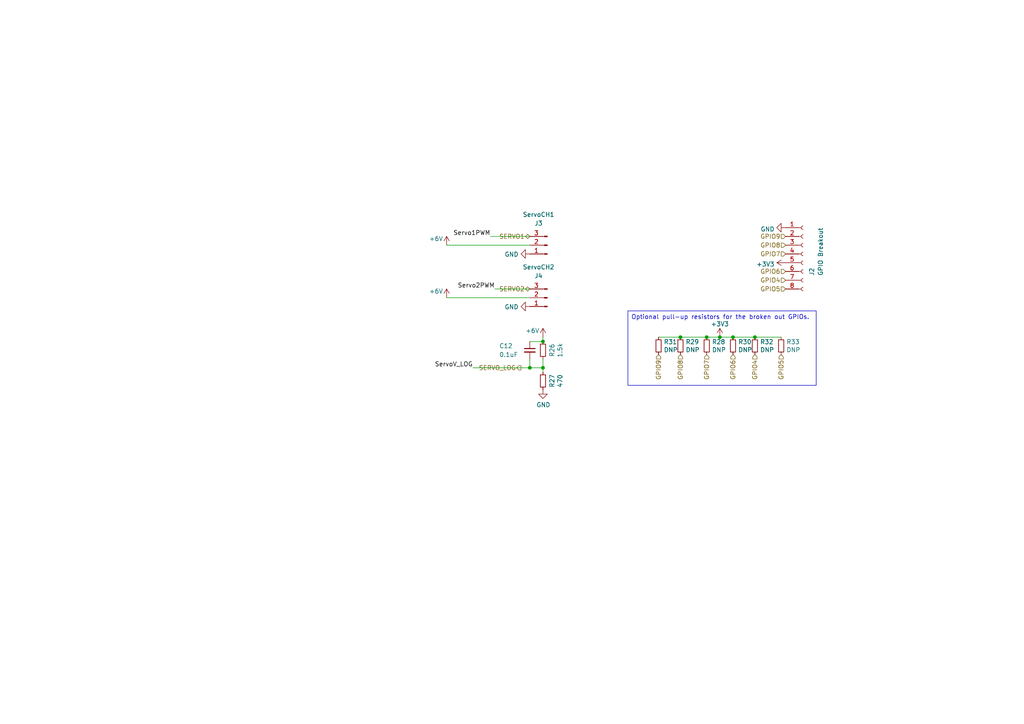
<source format=kicad_sch>
(kicad_sch (version 20230121) (generator eeschema)
  (paper "A4")
  (lib_symbols
    (symbol "Connector:Conn_01x03_Male" (pin_names (offset 1.016) hide)
      (property "Reference" "J" (at 0 5.08 0))
      (property "Value" "Conn_01x03_Male" (at 0 -5.08 0))
      (symbol "Conn_01x03_Male_1_1"
        (polyline (pts (xy 1.27 -2.54) (xy 0.8636 -2.54)) (stroke (width 0.1524)))
        (polyline (pts (xy 1.27 0) (xy 0.8636 0)) (stroke (width 0.1524)))
        (polyline (pts (xy 1.27 2.54) (xy 0.8636 2.54)) (stroke (width 0.1524)))
        (rectangle (start 0.8636 -2.413) (end 0 -2.667) (stroke (width 0.1524)) (fill (type outline)))
        (rectangle (start 0.8636 0.127) (end 0 -0.127) (stroke (width 0.1524)) (fill (type outline)))
        (rectangle (start 0.8636 2.667) (end 0 2.413) (stroke (width 0.1524)) (fill (type outline)))
        (pin passive line (at 5.08 2.54 180) (length 3.81) (name "Pin_1") (number "1"))
        (pin passive line (at 5.08 0 180) (length 3.81) (name "Pin_2") (number "2"))
        (pin passive line (at 5.08 -2.54 180) (length 3.81) (name "Pin_3") (number "3"))
      )
    )
    (symbol "Connector:Conn_01x08_Female" (pin_names (offset 1.016) hide)
      (property "Reference" "J" (at 0 10.16 0))
      (property "Value" "Conn_01x08_Female" (at 0 -12.7 0))
      (symbol "Conn_01x08_Female_1_1"
        (arc (start 0 -9.652) (mid -0.5058 -10.16) (end 0 -10.668) (stroke (width 0.1524)))
        (arc (start 0 -7.112) (mid -0.5058 -7.62) (end 0 -8.128) (stroke (width 0.1524)))
        (arc (start 0 -4.572) (mid -0.5058 -5.08) (end 0 -5.588) (stroke (width 0.1524)))
        (arc (start 0 -2.032) (mid -0.5058 -2.54) (end 0 -3.048) (stroke (width 0.1524)))
        (polyline (pts (xy -1.27 -10.16) (xy -0.508 -10.16)) (stroke (width 0.1524)))
        (polyline (pts (xy -1.27 -7.62) (xy -0.508 -7.62)) (stroke (width 0.1524)))
        (polyline (pts (xy -1.27 -5.08) (xy -0.508 -5.08)) (stroke (width 0.1524)))
        (polyline (pts (xy -1.27 -2.54) (xy -0.508 -2.54)) (stroke (width 0.1524)))
        (polyline (pts (xy -1.27 0) (xy -0.508 0)) (stroke (width 0.1524)))
        (polyline (pts (xy -1.27 2.54) (xy -0.508 2.54)) (stroke (width 0.1524)))
        (polyline (pts (xy -1.27 5.08) (xy -0.508 5.08)) (stroke (width 0.1524)))
        (polyline (pts (xy -1.27 7.62) (xy -0.508 7.62)) (stroke (width 0.1524)))
        (arc (start 0 0.508) (mid -0.5058 0) (end 0 -0.508) (stroke (width 0.1524)))
        (arc (start 0 3.048) (mid -0.5058 2.54) (end 0 2.032) (stroke (width 0.1524)))
        (arc (start 0 5.588) (mid -0.5058 5.08) (end 0 4.572) (stroke (width 0.1524)))
        (arc (start 0 8.128) (mid -0.5058 7.62) (end 0 7.112) (stroke (width 0.1524)))
        (pin passive line (at -5.08 7.62 0) (length 3.81) (name "Pin_1") (number "1"))
        (pin passive line (at -5.08 5.08 0) (length 3.81) (name "Pin_2") (number "2"))
        (pin passive line (at -5.08 2.54 0) (length 3.81) (name "Pin_3") (number "3"))
        (pin passive line (at -5.08 0 0) (length 3.81) (name "Pin_4") (number "4"))
        (pin passive line (at -5.08 -2.54 0) (length 3.81) (name "Pin_5") (number "5"))
        (pin passive line (at -5.08 -5.08 0) (length 3.81) (name "Pin_6") (number "6"))
        (pin passive line (at -5.08 -7.62 0) (length 3.81) (name "Pin_7") (number "7"))
        (pin passive line (at -5.08 -10.16 0) (length 3.81) (name "Pin_8") (number "8"))
      )
    )
    (symbol "Device:C_Small" (pin_numbers hide) (pin_names (offset 0.254) hide)
      (property "Reference" "C" (at 0.254 1.778 0))
      (property "Value" "C_Small" (at 0.254 -2.032 0))
      (symbol "C_Small_0_1"
        (polyline (pts (xy -1.524 -0.508) (xy 1.524 -0.508)) (stroke (width 0.3302)))
        (polyline (pts (xy -1.524 0.508) (xy 1.524 0.508)) (stroke (width 0.3048)))
      )
      (symbol "C_Small_1_1"
        (pin passive line (at 0 2.54 270) (length 2.032) (name "~") (number "1"))
        (pin passive line (at 0 -2.54 90) (length 2.032) (name "~") (number "2"))
      )
    )
    (symbol "Device:R_Small" (pin_numbers hide) (pin_names (offset 0.254) hide)
      (property "Reference" "R" (at 0.762 0.508 0))
      (property "Value" "R_Small" (at 0.762 -1.016 0))
      (symbol "R_Small_0_1"
        (rectangle (start -0.762 1.778) (end 0.762 -1.778) (stroke (width 0.2032)))
      )
      (symbol "R_Small_1_1"
        (pin passive line (at 0 2.54 270) (length 0.762) (name "~") (number "1"))
        (pin passive line (at 0 -2.54 90) (length 0.762) (name "~") (number "2"))
      )
    )
    (symbol "power:+3.3V" (power) (pin_names (offset 0))
      (property "Value" "+3.3V" (at 0 3.556 0))
      (symbol "+3.3V_0_1"
        (polyline (pts (xy -0.762 1.27) (xy 0 2.54)))
        (polyline (pts (xy 0 0) (xy 0 2.54)))
        (polyline (pts (xy 0 2.54) (xy 0.762 1.27)))
      )
      (symbol "+3.3V_1_1"
        (pin power_in line (at 0 0 90) (length 0) hide (name "+3V3") (number "1"))
      )
    )
    (symbol "power:+6V" (power) (pin_names (offset 0))
      (property "Value" "+6V" (at 0 3.556 0))
      (symbol "+6V_0_1"
        (polyline (pts (xy -0.762 1.27) (xy 0 2.54)))
        (polyline (pts (xy 0 0) (xy 0 2.54)))
        (polyline (pts (xy 0 2.54) (xy 0.762 1.27)))
      )
      (symbol "+6V_1_1"
        (pin power_in line (at 0 0 90) (length 0) hide (name "+6V") (number "1"))
      )
    )
    (symbol "power:GND" (power) (pin_names (offset 0))
      (property "Value" "GND" (at 0 -3.81 0))
      (symbol "GND_0_1"
        (polyline (pts (xy 0 0) (xy 0 -1.27) (xy 1.27 -1.27) (xy 0 -2.54) (xy -1.27 -1.27) (xy 0 -1.27)))
      )
      (symbol "GND_1_1"
        (pin power_in line (at 0 0 270) (length 0) hide (name "GND") (number "1"))
      )
    )
  )
  (junction (at 157.48 106.68))
  (junction (at 204.978 97.79))
  (junction (at 212.598 97.79))
  (junction (at 218.948 97.79))
  (junction (at 157.48 99.06))
  (junction (at 197.358 97.79))
  (junction (at 208.788 97.79))
  (junction (at 153.67 106.68))
  (wire (pts (xy 204.978 97.79) (xy 208.788 97.79)))
  (wire (pts (xy 137.16 106.68) (xy 153.67 106.68)))
  (wire (pts (xy 142.24 68.58) (xy 153.67 68.58)))
  (wire (pts (xy 191.008 97.79) (xy 197.358 97.79)))
  (wire (pts (xy 153.67 104.14) (xy 153.67 106.68)))
  (wire (pts (xy 157.48 106.68) (xy 157.48 107.95)))
  (wire (pts (xy 157.48 97.79) (xy 157.48 99.06)))
  (wire (pts (xy 212.598 97.79) (xy 218.948 97.79)))
  (wire (pts (xy 153.67 106.68) (xy 157.48 106.68)))
  (wire (pts (xy 153.67 99.06) (xy 157.48 99.06)))
  (wire (pts (xy 197.358 97.79) (xy 204.978 97.79)))
  (wire (pts (xy 218.948 97.79) (xy 226.568 97.79)))
  (wire (pts (xy 157.48 104.14) (xy 157.48 106.68)))
  (wire (pts (xy 153.67 71.12) (xy 129.54 71.12)))
  (wire (pts (xy 153.67 86.36) (xy 129.54 86.36)))
  (wire (pts (xy 208.788 97.79) (xy 212.598 97.79)))
  (wire (pts (xy 143.51 83.82) (xy 153.67 83.82)))
  (text_box "Optional pull-up resistors for the broken out GPIOs." (at 182.118 90.17 0) (size 54.61 21.59) (effects (font (size 1.27 1.27)) (justify left top)))
  (label "Servo2PWM" (at 143.51 83.82 180))
  (label "Servo1PWM" (at 142.24 68.58 180))
  (label "ServoV_LOG" (at 137.16 106.68 180))
  (hierarchical_label "GPIO9" (shape input) (at 191.008 102.87 270))
  (hierarchical_label "GPIO7" (shape input) (at 227.838 73.66 180))
  (hierarchical_label "GPIO4" (shape input) (at 218.948 102.87 270))
  (hierarchical_label "SERVO1" (shape bidirectional) (at 153.67 68.58 180))
  (hierarchical_label "GPIO6" (shape input) (at 227.838 78.74 180))
  (hierarchical_label "GPIO8" (shape input) (at 227.838 71.12 180))
  (hierarchical_label "GPIO4" (shape input) (at 227.838 81.28 180))
  (hierarchical_label "GPIO7" (shape input) (at 204.978 102.87 270))
  (hierarchical_label "GPIO8" (shape input) (at 197.358 102.87 270))
  (hierarchical_label "GPIO5" (shape input) (at 227.838 83.82 180))
  (hierarchical_label "SERVO_LOG" (shape output) (at 151.13 106.68 180))
  (hierarchical_label "GPIO9" (shape input) (at 227.838 68.58 180))
  (hierarchical_label "GPIO5" (shape input) (at 226.568 102.87 270))
  (hierarchical_label "SERVO2" (shape bidirectional) (at 153.67 83.82 180))
  (hierarchical_label "GPIO6" (shape input) (at 212.598 102.87 270))
  (symbol (lib_id "Connector:Conn_01x08_Female") (at 232.918 73.66 0) (unit 1)
    (property "Reference" "J2" (at 235.458 80.01 90) (effects (justify left)))
    (property "Value" "GPIO Breakout" (at 237.9949 80.01 90) (effects (justify left)))
    (property "Footprint" "Connector_PinSocket_2.54mm:PinSocket_2x04_P2.54mm_Vertical" (effects hide))
    (instances (project "Ricardo-Stark" (path "" (reference "J2") (unit 1)) (path "" (reference "J5") (unit 1))))
  )
  (symbol (lib_id "Device:R_Small") (at 191.008 100.33 0) (unit 1)
    (property "Reference" "R31" (at 192.5066 99.1616 0) (effects (justify left)))
    (property "Value" "DNP" (at 192.5066 101.473 0) (effects (justify left)))
    (property "Footprint" "Resistor_SMD:R_0402_1005Metric" (effects hide))
    (instances (project "Ricardo-Stark" (path "" (reference "R31") (unit 1)) (path "" (reference "R36") (unit 1))))
  )
  (symbol (lib_id "Device:R_Small") (at 212.598 100.33 0) (unit 1)
    (property "Reference" "R30" (at 214.0966 99.1616 0) (effects (justify left)))
    (property "Value" "DNP" (at 214.0966 101.473 0) (effects (justify left)))
    (property "Footprint" "Resistor_SMD:R_0402_1005Metric" (effects hide))
    (instances (project "Ricardo-Stark" (path "" (reference "R30") (unit 1)) (path "" (reference "R39") (unit 1))))
  )
  (symbol (lib_id "power:GND") (at 153.67 73.66 270) (unit 1)
    (property "Reference" "#PWR046" (effects hide))
    (property "Value" "GND" (at 150.4188 73.787 90) (effects (justify right)))
    (instances (project "Ricardo-Stark" (path "" (reference "#PWR046") (unit 1)) (path "" (reference "#PWR080") (unit 1))))
  )
  (symbol (lib_id "power:+6V") (at 129.54 71.12 0) (unit 1)
    (property "Reference" "#PWR09" (effects hide))
    (property "Value" "+6V" (at 126.4753 69.2478 0))
    (instances (project "Ricardo-Stark" (path "" (reference "#PWR09") (unit 1)) (path "" (reference "#PWR078") (unit 1))))
  )
  (symbol (lib_id "Device:R_Small") (at 204.978 100.33 0) (unit 1)
    (property "Reference" "R28" (at 206.4766 99.1616 0) (effects (justify left)))
    (property "Value" "DNP" (at 206.4766 101.473 0) (effects (justify left)))
    (property "Footprint" "Resistor_SMD:R_0402_1005Metric" (effects hide))
    (instances (project "Ricardo-Stark" (path "" (reference "R28") (unit 1)) (path "" (reference "R38") (unit 1))))
  )
  (symbol (lib_id "power:+3.3V") (at 208.788 97.79 0) (unit 1)
    (property "Reference" "#PWR079" (effects hide))
    (property "Value" "+3.3V" (at 208.788 93.98 0))
    (instances (project "Ricardo-Stark" (path "" (reference "#PWR079") (unit 1)) (path "" (reference "#PWR084") (unit 1))))
  )
  (symbol (lib_id "Device:R_Small") (at 226.568 100.33 0) (unit 1)
    (property "Reference" "R33" (at 228.0666 99.1616 0) (effects (justify left)))
    (property "Value" "DNP" (at 228.0666 101.473 0) (effects (justify left)))
    (property "Footprint" "Resistor_SMD:R_0402_1005Metric" (effects hide))
    (instances (project "Ricardo-Stark" (path "" (reference "R33") (unit 1)) (path "" (reference "R41") (unit 1))))
  )
  (symbol (lib_id "Connector:Conn_01x03_Male") (at 158.75 86.36 180) (unit 1)
    (property "Reference" "J4" (at 156.21 80.01 0))
    (property "Value" "ServoCH2" (at 156.21 77.47 0))
    (property "Footprint" "Connector_Molex:Molex_Nano-Fit_105313-xx03_1x03_P2.50mm_Horizontal" (effects hide))
  )
  (symbol (lib_id "Device:R_Small") (at 218.948 100.33 0) (unit 1)
    (property "Reference" "R32" (at 220.4466 99.1616 0) (effects (justify left)))
    (property "Value" "DNP" (at 220.4466 101.473 0) (effects (justify left)))
    (property "Footprint" "Resistor_SMD:R_0402_1005Metric" (effects hide))
    (instances (project "Ricardo-Stark" (path "" (reference "R32") (unit 1)) (path "" (reference "R40") (unit 1))))
  )
  (symbol (lib_id "power:+6V") (at 129.54 86.36 0) (unit 1)
    (property "Reference" "#PWR016" (effects hide))
    (property "Value" "+6V" (at 126.4753 84.4878 0))
    (instances (project "Ricardo-Stark" (path "" (reference "#PWR016") (unit 1)) (path "" (reference "#PWR079") (unit 1))))
  )
  (symbol (lib_id "power:GND") (at 157.48 113.03 0) (unit 1)
    (property "Reference" "#PWR053" (effects hide))
    (property "Value" "GND" (at 157.607 117.4242 0))
    (instances (project "Ricardo-Stark" (path "" (reference "#PWR053") (unit 1)) (path "" (reference "#PWR083") (unit 1))))
  )
  (symbol (lib_id "Connector:Conn_01x03_Male") (at 158.75 71.12 180) (unit 1)
    (property "Reference" "J3" (at 156.21 64.77 0))
    (property "Value" "ServoCH1" (at 156.21 62.23 0))
    (property "Footprint" "Connector_Molex:Molex_Nano-Fit_105313-xx03_1x03_P2.50mm_Horizontal" (effects hide))
  )
  (symbol (lib_id "power:+3.3V") (at 227.838 76.2 90) (unit 1)
    (property "Reference" "#PWR026" (effects hide))
    (property "Value" "+3.3V" (at 224.663 76.6338 90) (effects (justify left)))
    (instances (project "Ricardo-Stark" (path "" (reference "#PWR026") (unit 1)) (path "" (reference "#PWR086") (unit 1))))
  )
  (symbol (lib_id "Device:R_Small") (at 197.358 100.33 0) (unit 1)
    (property "Reference" "R29" (at 198.8566 99.1616 0) (effects (justify left)))
    (property "Value" "DNP" (at 198.8566 101.473 0) (effects (justify left)))
    (property "Footprint" "Resistor_SMD:R_0402_1005Metric" (effects hide))
    (instances (project "Ricardo-Stark" (path "" (reference "R29") (unit 1)) (path "" (reference "R37") (unit 1))))
  )
  (symbol (lib_id "Device:R_Small") (at 157.48 101.6 180) (unit 1)
    (property "Reference" "R26" (at 160.1216 101.6 90))
    (property "Value" "1.5k" (at 162.433 101.6 90))
    (property "Footprint" "Resistor_SMD:R_0402_1005Metric" (effects hide))
    (instances (project "Ricardo-Stark" (path "" (reference "R26") (unit 1)) (path "" (reference "R34") (unit 1))))
  )
  (symbol (lib_id "power:GND") (at 153.67 88.9 270) (unit 1)
    (property "Reference" "#PWR051" (effects hide))
    (property "Value" "GND" (at 150.4188 89.027 90) (effects (justify right)))
    (instances (project "Ricardo-Stark" (path "" (reference "#PWR051") (unit 1)) (path "" (reference "#PWR081") (unit 1))))
  )
  (symbol (lib_id "power:+6V") (at 157.48 97.79 0) (unit 1)
    (property "Reference" "#PWR052" (effects hide))
    (property "Value" "+6V" (at 154.4153 95.9178 0))
    (instances (project "Ricardo-Stark" (path "" (reference "#PWR052") (unit 1)) (path "" (reference "#PWR082") (unit 1))))
  )
  (symbol (lib_id "power:GND") (at 227.838 66.04 270) (unit 1)
    (property "Reference" "#PWR027" (effects hide))
    (property "Value" "GND" (at 224.6631 66.4738 90) (effects (justify right)))
    (instances (project "Ricardo-Stark" (path "" (reference "#PWR027") (unit 1)) (path "" (reference "#PWR085") (unit 1))))
  )
  (symbol (lib_id "Device:C_Small") (at 153.67 101.6 0) (unit 1)
    (property "Reference" "C12" (at 144.78 100.33 0) (effects (justify left)))
    (property "Value" "0.1uF" (at 144.78 102.87 0) (effects (justify left)))
    (property "Footprint" "Capacitor_SMD:C_0402_1005Metric" (effects hide))
    (instances (project "Ricardo-Stark" (path "" (reference "C12") (unit 1)) (path "" (reference "C36") (unit 1))))
  )
  (symbol (lib_id "Device:R_Small") (at 157.48 110.49 180) (unit 1)
    (property "Reference" "R27" (at 160.1216 110.49 90))
    (property "Value" "470" (at 162.433 110.49 90))
    (property "Footprint" "Resistor_SMD:R_0402_1005Metric" (effects hide))
    (instances (project "Ricardo-Stark" (path "" (reference "R27") (unit 1)) (path "" (reference "R35") (unit 1))))
  )
)
</source>
